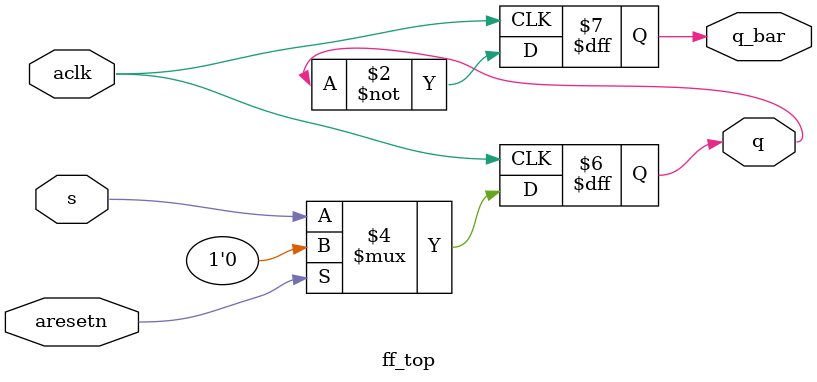
<source format=v>
module ff_top(
    input aclk,
    input s,
    input aresetn,
    output reg q,
    output reg q_bar
);

always @(posedge aclk) begin
    if (aresetn)
        q <= 1'b0;
    else
        q <= s;
    q_bar <= ~q;
end

endmodule

</source>
